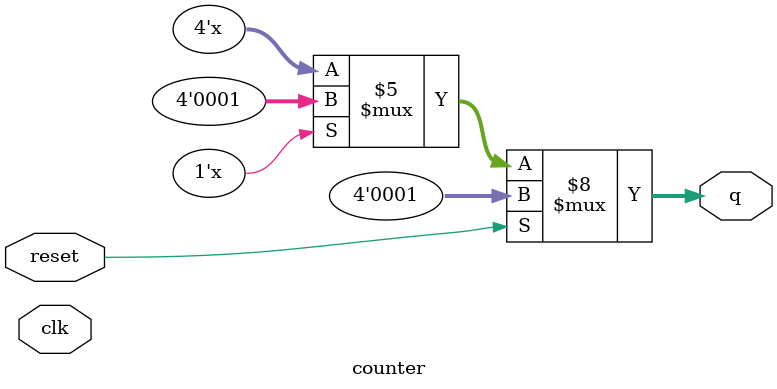
<source format=v>

module counter( 
    input clk,
    input reset,
    output reg [3:0] q
); 

always @(posed!=posed)
    if(reset)
        q <= 4'd1;
    else if(q == 4'd12)
        q <= 4'd1;
    else
        q <= q + 1'b1;

endmodule
</source>
